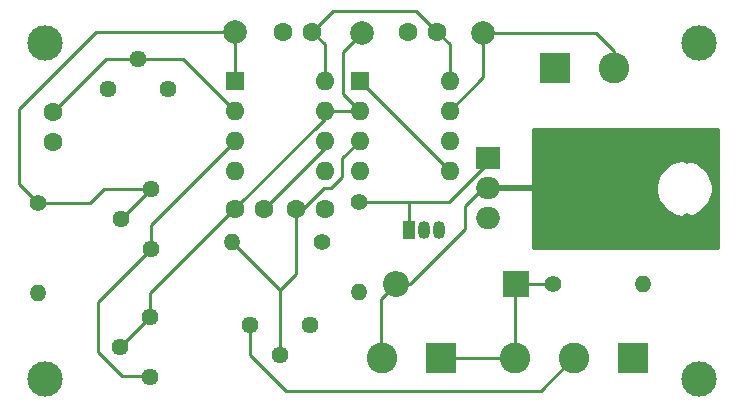
<source format=gbr>
%TF.GenerationSoftware,KiCad,Pcbnew,5.1.8-db9833491~88~ubuntu18.04.1*%
%TF.CreationDate,2020-12-20T18:34:58-05:00*%
%TF.ProjectId,PWMMotorController,50574d4d-6f74-46f7-9243-6f6e74726f6c,rev?*%
%TF.SameCoordinates,Original*%
%TF.FileFunction,Copper,L1,Top*%
%TF.FilePolarity,Positive*%
%FSLAX46Y46*%
G04 Gerber Fmt 4.6, Leading zero omitted, Abs format (unit mm)*
G04 Created by KiCad (PCBNEW 5.1.8-db9833491~88~ubuntu18.04.1) date 2020-12-20 18:34:58*
%MOMM*%
%LPD*%
G01*
G04 APERTURE LIST*
%TA.AperFunction,ComponentPad*%
%ADD10C,1.600000*%
%TD*%
%TA.AperFunction,ComponentPad*%
%ADD11R,2.200000X2.200000*%
%TD*%
%TA.AperFunction,ComponentPad*%
%ADD12O,2.200000X2.200000*%
%TD*%
%TA.AperFunction,ComponentPad*%
%ADD13O,1.050000X1.500000*%
%TD*%
%TA.AperFunction,ComponentPad*%
%ADD14R,1.050000X1.500000*%
%TD*%
%TA.AperFunction,ComponentPad*%
%ADD15C,1.440000*%
%TD*%
%TA.AperFunction,ComponentPad*%
%ADD16C,1.400000*%
%TD*%
%TA.AperFunction,ComponentPad*%
%ADD17O,1.400000X1.400000*%
%TD*%
%TA.AperFunction,ComponentPad*%
%ADD18C,2.000000*%
%TD*%
%TA.AperFunction,ComponentPad*%
%ADD19O,1.600000X1.600000*%
%TD*%
%TA.AperFunction,ComponentPad*%
%ADD20R,1.600000X1.600000*%
%TD*%
%TA.AperFunction,ComponentPad*%
%ADD21R,2.000000X1.905000*%
%TD*%
%TA.AperFunction,ComponentPad*%
%ADD22O,2.000000X1.905000*%
%TD*%
%TA.AperFunction,ComponentPad*%
%ADD23R,2.600000X2.600000*%
%TD*%
%TA.AperFunction,ComponentPad*%
%ADD24C,2.600000*%
%TD*%
%TA.AperFunction,ViaPad*%
%ADD25C,3.000000*%
%TD*%
%TA.AperFunction,ViaPad*%
%ADD26C,0.800000*%
%TD*%
%TA.AperFunction,Conductor*%
%ADD27C,0.250000*%
%TD*%
%TA.AperFunction,Conductor*%
%ADD28C,0.500000*%
%TD*%
%TA.AperFunction,Conductor*%
%ADD29C,0.254000*%
%TD*%
%TA.AperFunction,Conductor*%
%ADD30C,0.100000*%
%TD*%
G04 APERTURE END LIST*
D10*
%TO.P,C1,1*%
%TO.N,Net-(C1-Pad1)*%
X116027200Y-95148400D03*
%TO.P,C1,2*%
%TO.N,GND*%
X116027200Y-97648400D03*
%TD*%
%TO.P,C2,2*%
%TO.N,Net-(C2-Pad2)*%
X131408800Y-103378000D03*
%TO.P,C2,1*%
%TO.N,Net-(C2-Pad1)*%
X133908800Y-103378000D03*
%TD*%
%TO.P,C3,1*%
%TO.N,VCtl*%
X136550400Y-103378000D03*
%TO.P,C3,2*%
%TO.N,GND*%
X139050400Y-103378000D03*
%TD*%
%TO.P,C4,1*%
%TO.N,+CrtV*%
X137972800Y-88341200D03*
%TO.P,C4,2*%
%TO.N,GND*%
X135472800Y-88341200D03*
%TD*%
%TO.P,C5,2*%
%TO.N,GND*%
X146039200Y-88341200D03*
%TO.P,C5,1*%
%TO.N,+CrtV*%
X148539200Y-88341200D03*
%TD*%
D11*
%TO.P,D1,1*%
%TO.N,+BatV*%
X155194000Y-109728000D03*
D12*
%TO.P,D1,2*%
%TO.N,Net-(D1-Pad2)*%
X145034000Y-109728000D03*
%TD*%
D13*
%TO.P,Q1,2*%
%TO.N,Net-(J3-Pad2)*%
X147421600Y-105156000D03*
%TO.P,Q1,3*%
%TO.N,Net-(Q1-Pad3)*%
X148691600Y-105156000D03*
D14*
%TO.P,Q1,1*%
%TO.N,Net-(Q1-Pad1)*%
X146151600Y-105156000D03*
%TD*%
D15*
%TO.P,R1,1*%
%TO.N,+CrtV*%
X125780800Y-93218000D03*
%TO.P,R1,2*%
%TO.N,Net-(C1-Pad1)*%
X123240800Y-90678000D03*
%TO.P,R1,3*%
%TO.N,GND*%
X120700800Y-93218000D03*
%TD*%
%TO.P,R2,3*%
%TO.N,Net-(R2-Pad3)*%
X124307600Y-106730800D03*
%TO.P,R2,2*%
%TO.N,Net-(R2-Pad1)*%
X121767600Y-104190800D03*
%TO.P,R2,1*%
X124307600Y-101650800D03*
%TD*%
D16*
%TO.P,R3,1*%
%TO.N,Net-(R2-Pad1)*%
X114706400Y-102819200D03*
D17*
%TO.P,R3,2*%
%TO.N,Net-(C2-Pad1)*%
X114706400Y-110439200D03*
%TD*%
D15*
%TO.P,R4,1*%
%TO.N,Net-(C2-Pad2)*%
X124256800Y-112471200D03*
%TO.P,R4,2*%
X121716800Y-115011200D03*
%TO.P,R4,3*%
%TO.N,Net-(R2-Pad3)*%
X124256800Y-117551200D03*
%TD*%
%TO.P,R5,3*%
%TO.N,GND*%
X137769600Y-113131600D03*
%TO.P,R5,2*%
%TO.N,VCtl*%
X135229600Y-115671600D03*
%TO.P,R5,1*%
%TO.N,+CrtV*%
X132689600Y-113131600D03*
%TD*%
D17*
%TO.P,R6,2*%
%TO.N,VCtl*%
X131165600Y-106121200D03*
D16*
%TO.P,R6,1*%
%TO.N,Net-(R6-Pad1)*%
X138785600Y-106121200D03*
%TD*%
%TO.P,R7,1*%
%TO.N,+BatV*%
X158343600Y-109677200D03*
D17*
%TO.P,R7,2*%
%TO.N,Net-(Q1-Pad3)*%
X165963600Y-109677200D03*
%TD*%
D16*
%TO.P,R8,1*%
%TO.N,Net-(Q1-Pad1)*%
X141884400Y-102768400D03*
D17*
%TO.P,R8,2*%
%TO.N,GND*%
X141884400Y-110388400D03*
%TD*%
D18*
%TO.P,TP1,1*%
%TO.N,Net-(R2-Pad1)*%
X131419600Y-88392000D03*
%TD*%
%TO.P,TP2,1*%
%TO.N,Net-(C2-Pad2)*%
X142189200Y-88442800D03*
%TD*%
%TO.P,TP3,1*%
%TO.N,Net-(J3-Pad2)*%
X152450800Y-88442800D03*
%TD*%
D19*
%TO.P,U1,8*%
%TO.N,+CrtV*%
X139039600Y-92506800D03*
%TO.P,U1,4*%
%TO.N,GND*%
X131419600Y-100126800D03*
%TO.P,U1,7*%
%TO.N,Net-(C2-Pad2)*%
X139039600Y-95046800D03*
%TO.P,U1,3*%
%TO.N,Net-(R2-Pad3)*%
X131419600Y-97586800D03*
%TO.P,U1,6*%
%TO.N,Net-(C2-Pad1)*%
X139039600Y-97586800D03*
%TO.P,U1,2*%
%TO.N,Net-(C1-Pad1)*%
X131419600Y-95046800D03*
%TO.P,U1,5*%
X139039600Y-100126800D03*
D20*
%TO.P,U1,1*%
%TO.N,Net-(R2-Pad1)*%
X131419600Y-92506800D03*
%TD*%
%TO.P,U2,1*%
%TO.N,Net-(R6-Pad1)*%
X141986000Y-92506800D03*
D19*
%TO.P,U2,5*%
X149606000Y-100126800D03*
%TO.P,U2,2*%
%TO.N,Net-(C2-Pad2)*%
X141986000Y-95046800D03*
%TO.P,U2,6*%
%TO.N,Net-(C1-Pad1)*%
X149606000Y-97586800D03*
%TO.P,U2,3*%
%TO.N,VCtl*%
X141986000Y-97586800D03*
%TO.P,U2,7*%
%TO.N,Net-(J3-Pad2)*%
X149606000Y-95046800D03*
%TO.P,U2,4*%
%TO.N,GND*%
X141986000Y-100126800D03*
%TO.P,U2,8*%
%TO.N,+CrtV*%
X149606000Y-92506800D03*
%TD*%
D21*
%TO.P,Q2,1*%
%TO.N,Net-(Q1-Pad1)*%
X152806400Y-99060000D03*
D22*
%TO.P,Q2,2*%
%TO.N,Net-(D1-Pad2)*%
X152806400Y-101600000D03*
%TO.P,Q2,3*%
%TO.N,GND*%
X152806400Y-104140000D03*
%TD*%
D23*
%TO.P,J3,1*%
%TO.N,VCtl*%
X158496000Y-91389200D03*
D24*
%TO.P,J3,2*%
%TO.N,Net-(J3-Pad2)*%
X163496000Y-91389200D03*
%TD*%
D23*
%TO.P,J1,1*%
%TO.N,GND*%
X165150800Y-115976400D03*
D24*
%TO.P,J1,2*%
%TO.N,+CrtV*%
X160150800Y-115976400D03*
%TO.P,J1,3*%
%TO.N,+BatV*%
X155150800Y-115976400D03*
%TD*%
D23*
%TO.P,J2,1*%
%TO.N,+BatV*%
X148844000Y-115976400D03*
D24*
%TO.P,J2,2*%
%TO.N,Net-(D1-Pad2)*%
X143844000Y-115976400D03*
%TD*%
D25*
%TO.N,*%
X115300000Y-89300000D03*
X115300000Y-117700000D03*
X170700000Y-89300000D03*
X170700000Y-117700000D03*
D26*
%TO.N,Net-(D1-Pad2)*%
X157480000Y-97536000D03*
X159512000Y-97536000D03*
X161544000Y-97536000D03*
X163576000Y-97536000D03*
X165608000Y-97536000D03*
X167640000Y-97536000D03*
X169672000Y-97536000D03*
X171704000Y-97536000D03*
X171704000Y-99568000D03*
X167640000Y-99568000D03*
X165608000Y-99568000D03*
X163576000Y-99568000D03*
X161544000Y-99568000D03*
X159512000Y-99517200D03*
X157480000Y-99517200D03*
X157480000Y-101600000D03*
X157480000Y-103632000D03*
X157480000Y-105664000D03*
X159512000Y-101600000D03*
X161544000Y-101600000D03*
X163576000Y-101600000D03*
X165608000Y-101600000D03*
X159512000Y-103632000D03*
X159512000Y-105664000D03*
X161544000Y-103632000D03*
X161544000Y-105664000D03*
X163576000Y-103632000D03*
X165608000Y-103632000D03*
X167640000Y-103632000D03*
X171704000Y-103632000D03*
X163576000Y-105664000D03*
X165608000Y-105664000D03*
X167640000Y-105664000D03*
X169672000Y-105664000D03*
X171704000Y-105664000D03*
X169672000Y-104140000D03*
X169672000Y-99110800D03*
%TD*%
D27*
%TO.N,Net-(C1-Pad1)*%
X127050800Y-90678000D02*
X131419600Y-95046800D01*
X123240800Y-90678000D02*
X127050800Y-90678000D01*
X120497600Y-90678000D02*
X123240800Y-90678000D01*
X116027200Y-95148400D02*
X120497600Y-90678000D01*
%TO.N,Net-(C2-Pad2)*%
X121767600Y-114909600D02*
X124307600Y-112369600D01*
X141986000Y-95046800D02*
X139039600Y-95046800D01*
X140563600Y-90068400D02*
X142189200Y-88442800D01*
X141986000Y-95046800D02*
X140563600Y-93624400D01*
X140563600Y-93624400D02*
X140563600Y-90068400D01*
X124256800Y-110479200D02*
X131358000Y-103378000D01*
X124256800Y-112471200D02*
X124256800Y-110479200D01*
X139039600Y-95696400D02*
X139039600Y-95046800D01*
X131358000Y-103378000D02*
X139039600Y-95696400D01*
%TO.N,Net-(C2-Pad1)*%
X139039600Y-98196400D02*
X139039600Y-97586800D01*
X133858000Y-103378000D02*
X139039600Y-98196400D01*
%TO.N,VCtl*%
X135229600Y-115671600D02*
X135229600Y-110185200D01*
X140512800Y-99060000D02*
X141986000Y-97586800D01*
X139547600Y-101600000D02*
X140512800Y-100634800D01*
X140512800Y-100634800D02*
X140512800Y-99060000D01*
X138938000Y-101600000D02*
X139547600Y-101600000D01*
X136550400Y-103378000D02*
X137160000Y-103378000D01*
X137160000Y-103378000D02*
X138938000Y-101600000D01*
X136550400Y-108864400D02*
X135229600Y-110185200D01*
X136550400Y-103378000D02*
X136550400Y-108864400D01*
X131165600Y-106121200D02*
X135229600Y-110185200D01*
%TO.N,+BatV*%
X154940000Y-115925600D02*
X154990800Y-115976400D01*
X148844000Y-115925600D02*
X154940000Y-115925600D01*
X155143200Y-115824000D02*
X155143200Y-109778800D01*
X155194000Y-109728000D02*
X158292800Y-109728000D01*
%TO.N,Net-(D1-Pad2)*%
X146202400Y-109728000D02*
X145034000Y-109728000D01*
X150926800Y-105003600D02*
X146202400Y-109728000D01*
X150926800Y-103073200D02*
X150926800Y-105003600D01*
X152806400Y-101600000D02*
X152400000Y-101600000D01*
X152400000Y-101600000D02*
X150926800Y-103073200D01*
X143764000Y-110998000D02*
X145034000Y-109728000D01*
X143764000Y-115925600D02*
X143764000Y-110998000D01*
D28*
X152806400Y-101600000D02*
X157480000Y-101600000D01*
D27*
%TO.N,Net-(Q1-Pad1)*%
X146151600Y-105156000D02*
X146151600Y-104698800D01*
X146151600Y-105156000D02*
X146253200Y-105156000D01*
X146151600Y-102819200D02*
X146253200Y-102717600D01*
X146151600Y-105156000D02*
X146151600Y-102819200D01*
X152806400Y-99466400D02*
X152806400Y-99060000D01*
X149555200Y-102717600D02*
X152806400Y-99466400D01*
X141986000Y-102717600D02*
X149555200Y-102717600D01*
%TO.N,Net-(R2-Pad3)*%
X119786400Y-111252000D02*
X124307600Y-106730800D01*
X119786400Y-115417600D02*
X119786400Y-111252000D01*
X124307600Y-117449600D02*
X121818400Y-117449600D01*
X121818400Y-117449600D02*
X119786400Y-115417600D01*
X124307600Y-104698800D02*
X131419600Y-97586800D01*
X124307600Y-106730800D02*
X124307600Y-104698800D01*
%TO.N,Net-(R2-Pad1)*%
X121767600Y-104190800D02*
X124307600Y-101650800D01*
X113131600Y-94894400D02*
X119634000Y-88392000D01*
X114706400Y-102819200D02*
X113131600Y-101244400D01*
X113131600Y-101244400D02*
X113131600Y-94894400D01*
X131419600Y-92506800D02*
X131419600Y-88392000D01*
X131419600Y-88392000D02*
X119634000Y-88392000D01*
X119176800Y-102819200D02*
X114706400Y-102819200D01*
X124307600Y-101650800D02*
X120345200Y-101650800D01*
X120345200Y-101650800D02*
X119176800Y-102819200D01*
%TO.N,Net-(R6-Pad1)*%
X141986000Y-92506800D02*
X149606000Y-100126800D01*
%TO.N,Net-(J3-Pad2)*%
X152450800Y-92202000D02*
X152450800Y-88442800D01*
X149606000Y-95046800D02*
X152450800Y-92202000D01*
X163496000Y-89937600D02*
X163496000Y-91389200D01*
X152450800Y-88442800D02*
X162001200Y-88442800D01*
X162001200Y-88442800D02*
X163496000Y-89937600D01*
%TO.N,+CrtV*%
X139039600Y-89408000D02*
X137972800Y-88341200D01*
X139039600Y-92506800D02*
X139039600Y-89408000D01*
X146761200Y-86563200D02*
X148539200Y-88341200D01*
X137972800Y-88341200D02*
X139750800Y-86563200D01*
X139750800Y-86563200D02*
X146761200Y-86563200D01*
X149606000Y-89408000D02*
X148539200Y-88341200D01*
X149606000Y-92506800D02*
X149606000Y-89408000D01*
X132689600Y-115671600D02*
X132689600Y-113131600D01*
X135737600Y-118719600D02*
X132689600Y-115671600D01*
X160070800Y-115976400D02*
X157327600Y-118719600D01*
X157327600Y-118719600D02*
X135737600Y-118719600D01*
%TD*%
D29*
%TO.N,Net-(D1-Pad2)*%
X172288200Y-106603800D02*
X156641800Y-106603800D01*
X156641800Y-101365098D01*
X167081400Y-101365098D01*
X167081400Y-101834902D01*
X167173054Y-102295679D01*
X167352840Y-102729721D01*
X167613850Y-103120349D01*
X167946051Y-103452550D01*
X168336679Y-103713560D01*
X168770721Y-103893346D01*
X169231498Y-103985000D01*
X169701302Y-103985000D01*
X170162079Y-103893346D01*
X170596121Y-103713560D01*
X170986749Y-103452550D01*
X171318950Y-103120349D01*
X171579960Y-102729721D01*
X171759746Y-102295679D01*
X171851400Y-101834902D01*
X171851400Y-101365098D01*
X171759746Y-100904321D01*
X171579960Y-100470279D01*
X171318950Y-100079651D01*
X170986749Y-99747450D01*
X170596121Y-99486440D01*
X170162079Y-99306654D01*
X169701302Y-99215000D01*
X169231498Y-99215000D01*
X168770721Y-99306654D01*
X168336679Y-99486440D01*
X167946051Y-99747450D01*
X167613850Y-100079651D01*
X167352840Y-100470279D01*
X167173054Y-100904321D01*
X167081400Y-101365098D01*
X156641800Y-101365098D01*
X156641800Y-96596200D01*
X172288200Y-96596200D01*
X172288200Y-106603800D01*
%TA.AperFunction,Conductor*%
D30*
G36*
X172288200Y-106603800D02*
G01*
X156641800Y-106603800D01*
X156641800Y-101365098D01*
X167081400Y-101365098D01*
X167081400Y-101834902D01*
X167173054Y-102295679D01*
X167352840Y-102729721D01*
X167613850Y-103120349D01*
X167946051Y-103452550D01*
X168336679Y-103713560D01*
X168770721Y-103893346D01*
X169231498Y-103985000D01*
X169701302Y-103985000D01*
X170162079Y-103893346D01*
X170596121Y-103713560D01*
X170986749Y-103452550D01*
X171318950Y-103120349D01*
X171579960Y-102729721D01*
X171759746Y-102295679D01*
X171851400Y-101834902D01*
X171851400Y-101365098D01*
X171759746Y-100904321D01*
X171579960Y-100470279D01*
X171318950Y-100079651D01*
X170986749Y-99747450D01*
X170596121Y-99486440D01*
X170162079Y-99306654D01*
X169701302Y-99215000D01*
X169231498Y-99215000D01*
X168770721Y-99306654D01*
X168336679Y-99486440D01*
X167946051Y-99747450D01*
X167613850Y-100079651D01*
X167352840Y-100470279D01*
X167173054Y-100904321D01*
X167081400Y-101365098D01*
X156641800Y-101365098D01*
X156641800Y-96596200D01*
X172288200Y-96596200D01*
X172288200Y-106603800D01*
G37*
%TD.AperFunction*%
%TD*%
M02*

</source>
